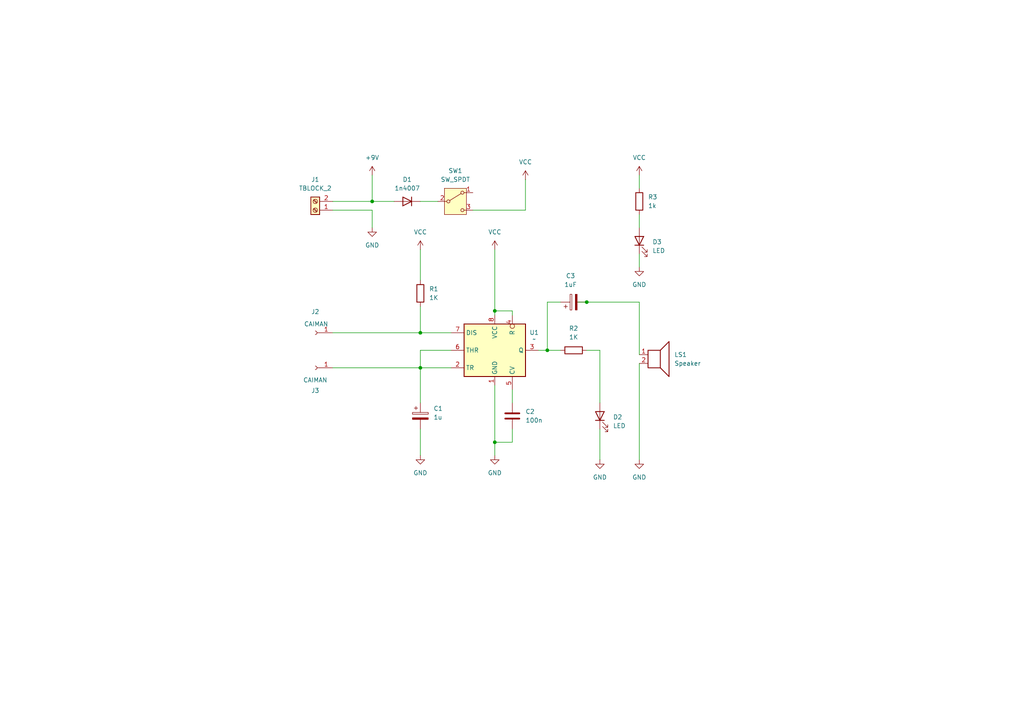
<source format=kicad_sch>
(kicad_sch
	(version 20250114)
	(generator "eeschema")
	(generator_version "9.0")
	(uuid "9ef81fea-2c64-4a5e-9479-8dc8b86ea195")
	(paper "A4")
	(lib_symbols
		(symbol "555_ordenado:555_wellOriented"
			(exclude_from_sim no)
			(in_bom yes)
			(on_board yes)
			(property "Reference" "U"
				(at 0 0 0)
				(effects
					(font
						(size 1.27 1.27)
					)
				)
			)
			(property "Value" ""
				(at 0 0 0)
				(effects
					(font
						(size 1.27 1.27)
					)
				)
			)
			(property "Footprint" "Package_DIP:DIP-8_W7.62mm_Socket_LongPads"
				(at 0 0 0)
				(effects
					(font
						(size 1.27 1.27)
					)
					(hide yes)
				)
			)
			(property "Datasheet" ""
				(at 0 0 0)
				(effects
					(font
						(size 1.27 1.27)
					)
					(hide yes)
				)
			)
			(property "Description" ""
				(at 0 0 0)
				(effects
					(font
						(size 1.27 1.27)
					)
					(hide yes)
				)
			)
			(property "ki_keywords" "555, timer, monostable, astable"
				(at 0 0 0)
				(effects
					(font
						(size 1.27 1.27)
					)
					(hide yes)
				)
			)
			(symbol "555_wellOriented_0_0"
				(pin power_in line
					(at 0 10.16 270)
					(length 2.54)
					(name "VCC"
						(effects
							(font
								(size 1.27 1.27)
							)
						)
					)
					(number "8"
						(effects
							(font
								(size 1.27 1.27)
							)
						)
					)
				)
				(pin power_in line
					(at 0 -10.16 90)
					(length 2.54)
					(name "GND"
						(effects
							(font
								(size 1.27 1.27)
							)
						)
					)
					(number "1"
						(effects
							(font
								(size 1.27 1.27)
							)
						)
					)
				)
			)
			(symbol "555_wellOriented_0_1"
				(rectangle
					(start -8.89 -7.62)
					(end 8.89 7.62)
					(stroke
						(width 0.254)
						(type default)
					)
					(fill
						(type background)
					)
				)
				(rectangle
					(start -8.89 -7.62)
					(end 8.89 7.62)
					(stroke
						(width 0.254)
						(type default)
					)
					(fill
						(type background)
					)
				)
			)
			(symbol "555_wellOriented_1_1"
				(pin input line
					(at -12.7 5.08 0)
					(length 3.81)
					(name "DIS"
						(effects
							(font
								(size 1.27 1.27)
							)
						)
					)
					(number "7"
						(effects
							(font
								(size 1.27 1.27)
							)
						)
					)
				)
				(pin input line
					(at -12.7 0 0)
					(length 3.81)
					(name "THR"
						(effects
							(font
								(size 1.27 1.27)
							)
						)
					)
					(number "6"
						(effects
							(font
								(size 1.27 1.27)
							)
						)
					)
				)
				(pin input line
					(at -12.7 -5.08 0)
					(length 3.81)
					(name "TR"
						(effects
							(font
								(size 1.27 1.27)
							)
						)
					)
					(number "2"
						(effects
							(font
								(size 1.27 1.27)
							)
						)
					)
				)
				(pin input inverted
					(at 5.08 10.16 270)
					(length 3.81)
					(name "R"
						(effects
							(font
								(size 1.27 1.27)
							)
						)
					)
					(number "4"
						(effects
							(font
								(size 1.27 1.27)
							)
						)
					)
				)
				(pin input line
					(at 5.08 -11.43 90)
					(length 3.81)
					(name "CV"
						(effects
							(font
								(size 1.27 1.27)
							)
						)
					)
					(number "5"
						(effects
							(font
								(size 1.27 1.27)
							)
						)
					)
				)
				(pin output line
					(at 12.7 0 180)
					(length 3.81)
					(name "Q"
						(effects
							(font
								(size 1.27 1.27)
							)
						)
					)
					(number "3"
						(effects
							(font
								(size 1.27 1.27)
							)
						)
					)
				)
			)
			(embedded_fonts no)
		)
		(symbol "Connector:Conn_01x01_Socket"
			(pin_names
				(offset 1.016)
				(hide yes)
			)
			(exclude_from_sim no)
			(in_bom yes)
			(on_board yes)
			(property "Reference" "J"
				(at 0 2.54 0)
				(effects
					(font
						(size 1.27 1.27)
					)
				)
			)
			(property "Value" "Conn_01x01_Socket"
				(at 0 -2.54 0)
				(effects
					(font
						(size 1.27 1.27)
					)
				)
			)
			(property "Footprint" ""
				(at 0 0 0)
				(effects
					(font
						(size 1.27 1.27)
					)
					(hide yes)
				)
			)
			(property "Datasheet" "~"
				(at 0 0 0)
				(effects
					(font
						(size 1.27 1.27)
					)
					(hide yes)
				)
			)
			(property "Description" "Generic connector, single row, 01x01, script generated"
				(at 0 0 0)
				(effects
					(font
						(size 1.27 1.27)
					)
					(hide yes)
				)
			)
			(property "ki_locked" ""
				(at 0 0 0)
				(effects
					(font
						(size 1.27 1.27)
					)
				)
			)
			(property "ki_keywords" "connector"
				(at 0 0 0)
				(effects
					(font
						(size 1.27 1.27)
					)
					(hide yes)
				)
			)
			(property "ki_fp_filters" "Connector*:*_1x??_*"
				(at 0 0 0)
				(effects
					(font
						(size 1.27 1.27)
					)
					(hide yes)
				)
			)
			(symbol "Conn_01x01_Socket_1_1"
				(polyline
					(pts
						(xy -1.27 0) (xy -0.508 0)
					)
					(stroke
						(width 0.1524)
						(type default)
					)
					(fill
						(type none)
					)
				)
				(arc
					(start 0 -0.508)
					(mid -0.5058 0)
					(end 0 0.508)
					(stroke
						(width 0.1524)
						(type default)
					)
					(fill
						(type none)
					)
				)
				(pin passive line
					(at -5.08 0 0)
					(length 3.81)
					(name "Pin_1"
						(effects
							(font
								(size 1.27 1.27)
							)
						)
					)
					(number "1"
						(effects
							(font
								(size 1.27 1.27)
							)
						)
					)
				)
			)
			(embedded_fonts no)
		)
		(symbol "Connector:Screw_Terminal_01x02"
			(pin_names
				(offset 1.016)
				(hide yes)
			)
			(exclude_from_sim no)
			(in_bom yes)
			(on_board yes)
			(property "Reference" "J"
				(at 0 2.54 0)
				(effects
					(font
						(size 1.27 1.27)
					)
				)
			)
			(property "Value" "Screw_Terminal_01x02"
				(at 0 -5.08 0)
				(effects
					(font
						(size 1.27 1.27)
					)
				)
			)
			(property "Footprint" ""
				(at 0 0 0)
				(effects
					(font
						(size 1.27 1.27)
					)
					(hide yes)
				)
			)
			(property "Datasheet" "~"
				(at 0 0 0)
				(effects
					(font
						(size 1.27 1.27)
					)
					(hide yes)
				)
			)
			(property "Description" "Generic screw terminal, single row, 01x02, script generated (kicad-library-utils/schlib/autogen/connector/)"
				(at 0 0 0)
				(effects
					(font
						(size 1.27 1.27)
					)
					(hide yes)
				)
			)
			(property "ki_keywords" "screw terminal"
				(at 0 0 0)
				(effects
					(font
						(size 1.27 1.27)
					)
					(hide yes)
				)
			)
			(property "ki_fp_filters" "TerminalBlock*:*"
				(at 0 0 0)
				(effects
					(font
						(size 1.27 1.27)
					)
					(hide yes)
				)
			)
			(symbol "Screw_Terminal_01x02_1_1"
				(rectangle
					(start -1.27 1.27)
					(end 1.27 -3.81)
					(stroke
						(width 0.254)
						(type default)
					)
					(fill
						(type background)
					)
				)
				(polyline
					(pts
						(xy -0.5334 0.3302) (xy 0.3302 -0.508)
					)
					(stroke
						(width 0.1524)
						(type default)
					)
					(fill
						(type none)
					)
				)
				(polyline
					(pts
						(xy -0.5334 -2.2098) (xy 0.3302 -3.048)
					)
					(stroke
						(width 0.1524)
						(type default)
					)
					(fill
						(type none)
					)
				)
				(polyline
					(pts
						(xy -0.3556 0.508) (xy 0.508 -0.3302)
					)
					(stroke
						(width 0.1524)
						(type default)
					)
					(fill
						(type none)
					)
				)
				(polyline
					(pts
						(xy -0.3556 -2.032) (xy 0.508 -2.8702)
					)
					(stroke
						(width 0.1524)
						(type default)
					)
					(fill
						(type none)
					)
				)
				(circle
					(center 0 0)
					(radius 0.635)
					(stroke
						(width 0.1524)
						(type default)
					)
					(fill
						(type none)
					)
				)
				(circle
					(center 0 -2.54)
					(radius 0.635)
					(stroke
						(width 0.1524)
						(type default)
					)
					(fill
						(type none)
					)
				)
				(pin passive line
					(at -5.08 0 0)
					(length 3.81)
					(name "Pin_1"
						(effects
							(font
								(size 1.27 1.27)
							)
						)
					)
					(number "1"
						(effects
							(font
								(size 1.27 1.27)
							)
						)
					)
				)
				(pin passive line
					(at -5.08 -2.54 0)
					(length 3.81)
					(name "Pin_2"
						(effects
							(font
								(size 1.27 1.27)
							)
						)
					)
					(number "2"
						(effects
							(font
								(size 1.27 1.27)
							)
						)
					)
				)
			)
			(embedded_fonts no)
		)
		(symbol "Device:C"
			(pin_numbers
				(hide yes)
			)
			(pin_names
				(offset 0.254)
			)
			(exclude_from_sim no)
			(in_bom yes)
			(on_board yes)
			(property "Reference" "C"
				(at 0.635 2.54 0)
				(effects
					(font
						(size 1.27 1.27)
					)
					(justify left)
				)
			)
			(property "Value" "C"
				(at 0.635 -2.54 0)
				(effects
					(font
						(size 1.27 1.27)
					)
					(justify left)
				)
			)
			(property "Footprint" ""
				(at 0.9652 -3.81 0)
				(effects
					(font
						(size 1.27 1.27)
					)
					(hide yes)
				)
			)
			(property "Datasheet" "~"
				(at 0 0 0)
				(effects
					(font
						(size 1.27 1.27)
					)
					(hide yes)
				)
			)
			(property "Description" "Unpolarized capacitor"
				(at 0 0 0)
				(effects
					(font
						(size 1.27 1.27)
					)
					(hide yes)
				)
			)
			(property "ki_keywords" "cap capacitor"
				(at 0 0 0)
				(effects
					(font
						(size 1.27 1.27)
					)
					(hide yes)
				)
			)
			(property "ki_fp_filters" "C_*"
				(at 0 0 0)
				(effects
					(font
						(size 1.27 1.27)
					)
					(hide yes)
				)
			)
			(symbol "C_0_1"
				(polyline
					(pts
						(xy -2.032 0.762) (xy 2.032 0.762)
					)
					(stroke
						(width 0.508)
						(type default)
					)
					(fill
						(type none)
					)
				)
				(polyline
					(pts
						(xy -2.032 -0.762) (xy 2.032 -0.762)
					)
					(stroke
						(width 0.508)
						(type default)
					)
					(fill
						(type none)
					)
				)
			)
			(symbol "C_1_1"
				(pin passive line
					(at 0 3.81 270)
					(length 2.794)
					(name "~"
						(effects
							(font
								(size 1.27 1.27)
							)
						)
					)
					(number "1"
						(effects
							(font
								(size 1.27 1.27)
							)
						)
					)
				)
				(pin passive line
					(at 0 -3.81 90)
					(length 2.794)
					(name "~"
						(effects
							(font
								(size 1.27 1.27)
							)
						)
					)
					(number "2"
						(effects
							(font
								(size 1.27 1.27)
							)
						)
					)
				)
			)
			(embedded_fonts no)
		)
		(symbol "Device:C_Polarized"
			(pin_numbers
				(hide yes)
			)
			(pin_names
				(offset 0.254)
			)
			(exclude_from_sim no)
			(in_bom yes)
			(on_board yes)
			(property "Reference" "C"
				(at 0.635 2.54 0)
				(effects
					(font
						(size 1.27 1.27)
					)
					(justify left)
				)
			)
			(property "Value" "C_Polarized"
				(at 0.635 -2.54 0)
				(effects
					(font
						(size 1.27 1.27)
					)
					(justify left)
				)
			)
			(property "Footprint" ""
				(at 0.9652 -3.81 0)
				(effects
					(font
						(size 1.27 1.27)
					)
					(hide yes)
				)
			)
			(property "Datasheet" "~"
				(at 0 0 0)
				(effects
					(font
						(size 1.27 1.27)
					)
					(hide yes)
				)
			)
			(property "Description" "Polarized capacitor"
				(at 0 0 0)
				(effects
					(font
						(size 1.27 1.27)
					)
					(hide yes)
				)
			)
			(property "ki_keywords" "cap capacitor"
				(at 0 0 0)
				(effects
					(font
						(size 1.27 1.27)
					)
					(hide yes)
				)
			)
			(property "ki_fp_filters" "CP_*"
				(at 0 0 0)
				(effects
					(font
						(size 1.27 1.27)
					)
					(hide yes)
				)
			)
			(symbol "C_Polarized_0_1"
				(rectangle
					(start -2.286 0.508)
					(end 2.286 1.016)
					(stroke
						(width 0)
						(type default)
					)
					(fill
						(type none)
					)
				)
				(polyline
					(pts
						(xy -1.778 2.286) (xy -0.762 2.286)
					)
					(stroke
						(width 0)
						(type default)
					)
					(fill
						(type none)
					)
				)
				(polyline
					(pts
						(xy -1.27 2.794) (xy -1.27 1.778)
					)
					(stroke
						(width 0)
						(type default)
					)
					(fill
						(type none)
					)
				)
				(rectangle
					(start 2.286 -0.508)
					(end -2.286 -1.016)
					(stroke
						(width 0)
						(type default)
					)
					(fill
						(type outline)
					)
				)
			)
			(symbol "C_Polarized_1_1"
				(pin passive line
					(at 0 3.81 270)
					(length 2.794)
					(name "~"
						(effects
							(font
								(size 1.27 1.27)
							)
						)
					)
					(number "1"
						(effects
							(font
								(size 1.27 1.27)
							)
						)
					)
				)
				(pin passive line
					(at 0 -3.81 90)
					(length 2.794)
					(name "~"
						(effects
							(font
								(size 1.27 1.27)
							)
						)
					)
					(number "2"
						(effects
							(font
								(size 1.27 1.27)
							)
						)
					)
				)
			)
			(embedded_fonts no)
		)
		(symbol "Device:D"
			(pin_numbers
				(hide yes)
			)
			(pin_names
				(offset 1.016)
				(hide yes)
			)
			(exclude_from_sim no)
			(in_bom yes)
			(on_board yes)
			(property "Reference" "D"
				(at 0 2.54 0)
				(effects
					(font
						(size 1.27 1.27)
					)
				)
			)
			(property "Value" "D"
				(at 0 -2.54 0)
				(effects
					(font
						(size 1.27 1.27)
					)
				)
			)
			(property "Footprint" ""
				(at 0 0 0)
				(effects
					(font
						(size 1.27 1.27)
					)
					(hide yes)
				)
			)
			(property "Datasheet" "~"
				(at 0 0 0)
				(effects
					(font
						(size 1.27 1.27)
					)
					(hide yes)
				)
			)
			(property "Description" "Diode"
				(at 0 0 0)
				(effects
					(font
						(size 1.27 1.27)
					)
					(hide yes)
				)
			)
			(property "Sim.Device" "D"
				(at 0 0 0)
				(effects
					(font
						(size 1.27 1.27)
					)
					(hide yes)
				)
			)
			(property "Sim.Pins" "1=K 2=A"
				(at 0 0 0)
				(effects
					(font
						(size 1.27 1.27)
					)
					(hide yes)
				)
			)
			(property "ki_keywords" "diode"
				(at 0 0 0)
				(effects
					(font
						(size 1.27 1.27)
					)
					(hide yes)
				)
			)
			(property "ki_fp_filters" "TO-???* *_Diode_* *SingleDiode* D_*"
				(at 0 0 0)
				(effects
					(font
						(size 1.27 1.27)
					)
					(hide yes)
				)
			)
			(symbol "D_0_1"
				(polyline
					(pts
						(xy -1.27 1.27) (xy -1.27 -1.27)
					)
					(stroke
						(width 0.254)
						(type default)
					)
					(fill
						(type none)
					)
				)
				(polyline
					(pts
						(xy 1.27 1.27) (xy 1.27 -1.27) (xy -1.27 0) (xy 1.27 1.27)
					)
					(stroke
						(width 0.254)
						(type default)
					)
					(fill
						(type none)
					)
				)
				(polyline
					(pts
						(xy 1.27 0) (xy -1.27 0)
					)
					(stroke
						(width 0)
						(type default)
					)
					(fill
						(type none)
					)
				)
			)
			(symbol "D_1_1"
				(pin passive line
					(at -3.81 0 0)
					(length 2.54)
					(name "K"
						(effects
							(font
								(size 1.27 1.27)
							)
						)
					)
					(number "1"
						(effects
							(font
								(size 1.27 1.27)
							)
						)
					)
				)
				(pin passive line
					(at 3.81 0 180)
					(length 2.54)
					(name "A"
						(effects
							(font
								(size 1.27 1.27)
							)
						)
					)
					(number "2"
						(effects
							(font
								(size 1.27 1.27)
							)
						)
					)
				)
			)
			(embedded_fonts no)
		)
		(symbol "Device:LED"
			(pin_numbers
				(hide yes)
			)
			(pin_names
				(offset 1.016)
				(hide yes)
			)
			(exclude_from_sim no)
			(in_bom yes)
			(on_board yes)
			(property "Reference" "D"
				(at 0 2.54 0)
				(effects
					(font
						(size 1.27 1.27)
					)
				)
			)
			(property "Value" "LED"
				(at 0 -2.54 0)
				(effects
					(font
						(size 1.27 1.27)
					)
				)
			)
			(property "Footprint" ""
				(at 0 0 0)
				(effects
					(font
						(size 1.27 1.27)
					)
					(hide yes)
				)
			)
			(property "Datasheet" "~"
				(at 0 0 0)
				(effects
					(font
						(size 1.27 1.27)
					)
					(hide yes)
				)
			)
			(property "Description" "Light emitting diode"
				(at 0 0 0)
				(effects
					(font
						(size 1.27 1.27)
					)
					(hide yes)
				)
			)
			(property "Sim.Pins" "1=K 2=A"
				(at 0 0 0)
				(effects
					(font
						(size 1.27 1.27)
					)
					(hide yes)
				)
			)
			(property "ki_keywords" "LED diode"
				(at 0 0 0)
				(effects
					(font
						(size 1.27 1.27)
					)
					(hide yes)
				)
			)
			(property "ki_fp_filters" "LED* LED_SMD:* LED_THT:*"
				(at 0 0 0)
				(effects
					(font
						(size 1.27 1.27)
					)
					(hide yes)
				)
			)
			(symbol "LED_0_1"
				(polyline
					(pts
						(xy -3.048 -0.762) (xy -4.572 -2.286) (xy -3.81 -2.286) (xy -4.572 -2.286) (xy -4.572 -1.524)
					)
					(stroke
						(width 0)
						(type default)
					)
					(fill
						(type none)
					)
				)
				(polyline
					(pts
						(xy -1.778 -0.762) (xy -3.302 -2.286) (xy -2.54 -2.286) (xy -3.302 -2.286) (xy -3.302 -1.524)
					)
					(stroke
						(width 0)
						(type default)
					)
					(fill
						(type none)
					)
				)
				(polyline
					(pts
						(xy -1.27 0) (xy 1.27 0)
					)
					(stroke
						(width 0)
						(type default)
					)
					(fill
						(type none)
					)
				)
				(polyline
					(pts
						(xy -1.27 -1.27) (xy -1.27 1.27)
					)
					(stroke
						(width 0.254)
						(type default)
					)
					(fill
						(type none)
					)
				)
				(polyline
					(pts
						(xy 1.27 -1.27) (xy 1.27 1.27) (xy -1.27 0) (xy 1.27 -1.27)
					)
					(stroke
						(width 0.254)
						(type default)
					)
					(fill
						(type none)
					)
				)
			)
			(symbol "LED_1_1"
				(pin passive line
					(at -3.81 0 0)
					(length 2.54)
					(name "K"
						(effects
							(font
								(size 1.27 1.27)
							)
						)
					)
					(number "1"
						(effects
							(font
								(size 1.27 1.27)
							)
						)
					)
				)
				(pin passive line
					(at 3.81 0 180)
					(length 2.54)
					(name "A"
						(effects
							(font
								(size 1.27 1.27)
							)
						)
					)
					(number "2"
						(effects
							(font
								(size 1.27 1.27)
							)
						)
					)
				)
			)
			(embedded_fonts no)
		)
		(symbol "Device:R"
			(pin_numbers
				(hide yes)
			)
			(pin_names
				(offset 0)
			)
			(exclude_from_sim no)
			(in_bom yes)
			(on_board yes)
			(property "Reference" "R"
				(at 2.032 0 90)
				(effects
					(font
						(size 1.27 1.27)
					)
				)
			)
			(property "Value" "R"
				(at 0 0 90)
				(effects
					(font
						(size 1.27 1.27)
					)
				)
			)
			(property "Footprint" ""
				(at -1.778 0 90)
				(effects
					(font
						(size 1.27 1.27)
					)
					(hide yes)
				)
			)
			(property "Datasheet" "~"
				(at 0 0 0)
				(effects
					(font
						(size 1.27 1.27)
					)
					(hide yes)
				)
			)
			(property "Description" "Resistor"
				(at 0 0 0)
				(effects
					(font
						(size 1.27 1.27)
					)
					(hide yes)
				)
			)
			(property "ki_keywords" "R res resistor"
				(at 0 0 0)
				(effects
					(font
						(size 1.27 1.27)
					)
					(hide yes)
				)
			)
			(property "ki_fp_filters" "R_*"
				(at 0 0 0)
				(effects
					(font
						(size 1.27 1.27)
					)
					(hide yes)
				)
			)
			(symbol "R_0_1"
				(rectangle
					(start -1.016 -2.54)
					(end 1.016 2.54)
					(stroke
						(width 0.254)
						(type default)
					)
					(fill
						(type none)
					)
				)
			)
			(symbol "R_1_1"
				(pin passive line
					(at 0 3.81 270)
					(length 1.27)
					(name "~"
						(effects
							(font
								(size 1.27 1.27)
							)
						)
					)
					(number "1"
						(effects
							(font
								(size 1.27 1.27)
							)
						)
					)
				)
				(pin passive line
					(at 0 -3.81 90)
					(length 1.27)
					(name "~"
						(effects
							(font
								(size 1.27 1.27)
							)
						)
					)
					(number "2"
						(effects
							(font
								(size 1.27 1.27)
							)
						)
					)
				)
			)
			(embedded_fonts no)
		)
		(symbol "Device:Speaker"
			(pin_names
				(offset 0)
				(hide yes)
			)
			(exclude_from_sim no)
			(in_bom yes)
			(on_board yes)
			(property "Reference" "LS"
				(at 1.27 5.715 0)
				(effects
					(font
						(size 1.27 1.27)
					)
					(justify right)
				)
			)
			(property "Value" "Speaker"
				(at 1.27 3.81 0)
				(effects
					(font
						(size 1.27 1.27)
					)
					(justify right)
				)
			)
			(property "Footprint" ""
				(at 0 -5.08 0)
				(effects
					(font
						(size 1.27 1.27)
					)
					(hide yes)
				)
			)
			(property "Datasheet" "~"
				(at -0.254 -1.27 0)
				(effects
					(font
						(size 1.27 1.27)
					)
					(hide yes)
				)
			)
			(property "Description" "Speaker"
				(at 0 0 0)
				(effects
					(font
						(size 1.27 1.27)
					)
					(hide yes)
				)
			)
			(property "ki_keywords" "speaker sound"
				(at 0 0 0)
				(effects
					(font
						(size 1.27 1.27)
					)
					(hide yes)
				)
			)
			(symbol "Speaker_0_0"
				(rectangle
					(start -2.54 1.27)
					(end 1.016 -3.81)
					(stroke
						(width 0.254)
						(type default)
					)
					(fill
						(type none)
					)
				)
				(polyline
					(pts
						(xy 1.016 1.27) (xy 3.556 3.81) (xy 3.556 -6.35) (xy 1.016 -3.81)
					)
					(stroke
						(width 0.254)
						(type default)
					)
					(fill
						(type none)
					)
				)
			)
			(symbol "Speaker_1_1"
				(pin input line
					(at -5.08 0 0)
					(length 2.54)
					(name "1"
						(effects
							(font
								(size 1.27 1.27)
							)
						)
					)
					(number "1"
						(effects
							(font
								(size 1.27 1.27)
							)
						)
					)
				)
				(pin input line
					(at -5.08 -2.54 0)
					(length 2.54)
					(name "2"
						(effects
							(font
								(size 1.27 1.27)
							)
						)
					)
					(number "2"
						(effects
							(font
								(size 1.27 1.27)
							)
						)
					)
				)
			)
			(embedded_fonts no)
		)
		(symbol "Switch:SW_SPDT"
			(pin_names
				(offset 0)
				(hide yes)
			)
			(exclude_from_sim no)
			(in_bom yes)
			(on_board yes)
			(property "Reference" "SW"
				(at 0 5.08 0)
				(effects
					(font
						(size 1.27 1.27)
					)
				)
			)
			(property "Value" "SW_SPDT"
				(at 0 -5.08 0)
				(effects
					(font
						(size 1.27 1.27)
					)
				)
			)
			(property "Footprint" ""
				(at 0 0 0)
				(effects
					(font
						(size 1.27 1.27)
					)
					(hide yes)
				)
			)
			(property "Datasheet" "~"
				(at 0 -7.62 0)
				(effects
					(font
						(size 1.27 1.27)
					)
					(hide yes)
				)
			)
			(property "Description" "Switch, single pole double throw"
				(at 0 0 0)
				(effects
					(font
						(size 1.27 1.27)
					)
					(hide yes)
				)
			)
			(property "ki_keywords" "switch single-pole double-throw spdt ON-ON"
				(at 0 0 0)
				(effects
					(font
						(size 1.27 1.27)
					)
					(hide yes)
				)
			)
			(symbol "SW_SPDT_0_1"
				(circle
					(center -2.032 0)
					(radius 0.4572)
					(stroke
						(width 0)
						(type default)
					)
					(fill
						(type none)
					)
				)
				(polyline
					(pts
						(xy -1.651 0.254) (xy 1.651 2.286)
					)
					(stroke
						(width 0)
						(type default)
					)
					(fill
						(type none)
					)
				)
				(circle
					(center 2.032 2.54)
					(radius 0.4572)
					(stroke
						(width 0)
						(type default)
					)
					(fill
						(type none)
					)
				)
				(circle
					(center 2.032 -2.54)
					(radius 0.4572)
					(stroke
						(width 0)
						(type default)
					)
					(fill
						(type none)
					)
				)
			)
			(symbol "SW_SPDT_1_1"
				(rectangle
					(start -3.175 3.81)
					(end 3.175 -3.81)
					(stroke
						(width 0)
						(type default)
					)
					(fill
						(type background)
					)
				)
				(pin passive line
					(at -5.08 0 0)
					(length 2.54)
					(name "B"
						(effects
							(font
								(size 1.27 1.27)
							)
						)
					)
					(number "2"
						(effects
							(font
								(size 1.27 1.27)
							)
						)
					)
				)
				(pin passive line
					(at 5.08 2.54 180)
					(length 2.54)
					(name "A"
						(effects
							(font
								(size 1.27 1.27)
							)
						)
					)
					(number "1"
						(effects
							(font
								(size 1.27 1.27)
							)
						)
					)
				)
				(pin passive line
					(at 5.08 -2.54 180)
					(length 2.54)
					(name "C"
						(effects
							(font
								(size 1.27 1.27)
							)
						)
					)
					(number "3"
						(effects
							(font
								(size 1.27 1.27)
							)
						)
					)
				)
			)
			(embedded_fonts no)
		)
		(symbol "power:+9V"
			(power)
			(pin_numbers
				(hide yes)
			)
			(pin_names
				(offset 0)
				(hide yes)
			)
			(exclude_from_sim no)
			(in_bom yes)
			(on_board yes)
			(property "Reference" "#PWR"
				(at 0 -3.81 0)
				(effects
					(font
						(size 1.27 1.27)
					)
					(hide yes)
				)
			)
			(property "Value" "+9V"
				(at 0 3.556 0)
				(effects
					(font
						(size 1.27 1.27)
					)
				)
			)
			(property "Footprint" ""
				(at 0 0 0)
				(effects
					(font
						(size 1.27 1.27)
					)
					(hide yes)
				)
			)
			(property "Datasheet" ""
				(at 0 0 0)
				(effects
					(font
						(size 1.27 1.27)
					)
					(hide yes)
				)
			)
			(property "Description" "Power symbol creates a global label with name \"+9V\""
				(at 0 0 0)
				(effects
					(font
						(size 1.27 1.27)
					)
					(hide yes)
				)
			)
			(property "ki_keywords" "global power"
				(at 0 0 0)
				(effects
					(font
						(size 1.27 1.27)
					)
					(hide yes)
				)
			)
			(symbol "+9V_0_1"
				(polyline
					(pts
						(xy -0.762 1.27) (xy 0 2.54)
					)
					(stroke
						(width 0)
						(type default)
					)
					(fill
						(type none)
					)
				)
				(polyline
					(pts
						(xy 0 2.54) (xy 0.762 1.27)
					)
					(stroke
						(width 0)
						(type default)
					)
					(fill
						(type none)
					)
				)
				(polyline
					(pts
						(xy 0 0) (xy 0 2.54)
					)
					(stroke
						(width 0)
						(type default)
					)
					(fill
						(type none)
					)
				)
			)
			(symbol "+9V_1_1"
				(pin power_in line
					(at 0 0 90)
					(length 0)
					(name "~"
						(effects
							(font
								(size 1.27 1.27)
							)
						)
					)
					(number "1"
						(effects
							(font
								(size 1.27 1.27)
							)
						)
					)
				)
			)
			(embedded_fonts no)
		)
		(symbol "power:GND"
			(power)
			(pin_numbers
				(hide yes)
			)
			(pin_names
				(offset 0)
				(hide yes)
			)
			(exclude_from_sim no)
			(in_bom yes)
			(on_board yes)
			(property "Reference" "#PWR"
				(at 0 -6.35 0)
				(effects
					(font
						(size 1.27 1.27)
					)
					(hide yes)
				)
			)
			(property "Value" "GND"
				(at 0 -3.81 0)
				(effects
					(font
						(size 1.27 1.27)
					)
				)
			)
			(property "Footprint" ""
				(at 0 0 0)
				(effects
					(font
						(size 1.27 1.27)
					)
					(hide yes)
				)
			)
			(property "Datasheet" ""
				(at 0 0 0)
				(effects
					(font
						(size 1.27 1.27)
					)
					(hide yes)
				)
			)
			(property "Description" "Power symbol creates a global label with name \"GND\" , ground"
				(at 0 0 0)
				(effects
					(font
						(size 1.27 1.27)
					)
					(hide yes)
				)
			)
			(property "ki_keywords" "global power"
				(at 0 0 0)
				(effects
					(font
						(size 1.27 1.27)
					)
					(hide yes)
				)
			)
			(symbol "GND_0_1"
				(polyline
					(pts
						(xy 0 0) (xy 0 -1.27) (xy 1.27 -1.27) (xy 0 -2.54) (xy -1.27 -1.27) (xy 0 -1.27)
					)
					(stroke
						(width 0)
						(type default)
					)
					(fill
						(type none)
					)
				)
			)
			(symbol "GND_1_1"
				(pin power_in line
					(at 0 0 270)
					(length 0)
					(name "~"
						(effects
							(font
								(size 1.27 1.27)
							)
						)
					)
					(number "1"
						(effects
							(font
								(size 1.27 1.27)
							)
						)
					)
				)
			)
			(embedded_fonts no)
		)
		(symbol "power:VCC"
			(power)
			(pin_numbers
				(hide yes)
			)
			(pin_names
				(offset 0)
				(hide yes)
			)
			(exclude_from_sim no)
			(in_bom yes)
			(on_board yes)
			(property "Reference" "#PWR"
				(at 0 -3.81 0)
				(effects
					(font
						(size 1.27 1.27)
					)
					(hide yes)
				)
			)
			(property "Value" "VCC"
				(at 0 3.556 0)
				(effects
					(font
						(size 1.27 1.27)
					)
				)
			)
			(property "Footprint" ""
				(at 0 0 0)
				(effects
					(font
						(size 1.27 1.27)
					)
					(hide yes)
				)
			)
			(property "Datasheet" ""
				(at 0 0 0)
				(effects
					(font
						(size 1.27 1.27)
					)
					(hide yes)
				)
			)
			(property "Description" "Power symbol creates a global label with name \"VCC\""
				(at 0 0 0)
				(effects
					(font
						(size 1.27 1.27)
					)
					(hide yes)
				)
			)
			(property "ki_keywords" "global power"
				(at 0 0 0)
				(effects
					(font
						(size 1.27 1.27)
					)
					(hide yes)
				)
			)
			(symbol "VCC_0_1"
				(polyline
					(pts
						(xy -0.762 1.27) (xy 0 2.54)
					)
					(stroke
						(width 0)
						(type default)
					)
					(fill
						(type none)
					)
				)
				(polyline
					(pts
						(xy 0 2.54) (xy 0.762 1.27)
					)
					(stroke
						(width 0)
						(type default)
					)
					(fill
						(type none)
					)
				)
				(polyline
					(pts
						(xy 0 0) (xy 0 2.54)
					)
					(stroke
						(width 0)
						(type default)
					)
					(fill
						(type none)
					)
				)
			)
			(symbol "VCC_1_1"
				(pin power_in line
					(at 0 0 90)
					(length 0)
					(name "~"
						(effects
							(font
								(size 1.27 1.27)
							)
						)
					)
					(number "1"
						(effects
							(font
								(size 1.27 1.27)
							)
						)
					)
				)
			)
			(embedded_fonts no)
		)
	)
	(junction
		(at 121.92 96.52)
		(diameter 0)
		(color 0 0 0 0)
		(uuid "047c1ef6-f370-4d24-81a1-450c36d83d39")
	)
	(junction
		(at 143.51 128.27)
		(diameter 0)
		(color 0 0 0 0)
		(uuid "2b687d4f-c7b3-4a8d-a1e4-be99546a2027")
	)
	(junction
		(at 170.18 87.63)
		(diameter 0)
		(color 0 0 0 0)
		(uuid "3ee209a8-0417-40ac-bac1-f02830f82acb")
	)
	(junction
		(at 107.95 58.42)
		(diameter 0)
		(color 0 0 0 0)
		(uuid "4bb69ecf-c44a-41af-a213-b5757633fa91")
	)
	(junction
		(at 121.92 106.68)
		(diameter 0)
		(color 0 0 0 0)
		(uuid "84e32509-b44b-4a7c-a7ba-3744ea5cd8a2")
	)
	(junction
		(at 158.75 101.6)
		(diameter 0)
		(color 0 0 0 0)
		(uuid "94273436-43a9-4230-b543-8b9607b13901")
	)
	(junction
		(at 143.51 90.17)
		(diameter 0)
		(color 0 0 0 0)
		(uuid "f9cc8602-5a5a-4812-9d8d-96ba1d050d87")
	)
	(wire
		(pts
			(xy 173.99 124.46) (xy 173.99 133.35)
		)
		(stroke
			(width 0)
			(type default)
		)
		(uuid "0fa14a98-12e2-4380-841d-ee418874ccab")
	)
	(wire
		(pts
			(xy 170.18 101.6) (xy 173.99 101.6)
		)
		(stroke
			(width 0)
			(type default)
		)
		(uuid "10443c37-9cba-4eb8-94be-22dcf87e04b9")
	)
	(wire
		(pts
			(xy 143.51 128.27) (xy 143.51 132.08)
		)
		(stroke
			(width 0)
			(type default)
		)
		(uuid "1292431c-dfec-4609-9398-066d612c6ca8")
	)
	(wire
		(pts
			(xy 130.81 106.68) (xy 121.92 106.68)
		)
		(stroke
			(width 0)
			(type default)
		)
		(uuid "1ca7e6d9-1c7b-4bd3-8f64-47185d39428d")
	)
	(wire
		(pts
			(xy 148.59 113.03) (xy 148.59 116.84)
		)
		(stroke
			(width 0)
			(type default)
		)
		(uuid "1f06f008-6aab-494a-9358-97baa706c6d3")
	)
	(wire
		(pts
			(xy 162.56 87.63) (xy 158.75 87.63)
		)
		(stroke
			(width 0)
			(type default)
		)
		(uuid "1f87d159-5ee9-4a0d-b0c3-56b46ccb57f8")
	)
	(wire
		(pts
			(xy 107.95 50.8) (xy 107.95 58.42)
		)
		(stroke
			(width 0)
			(type default)
		)
		(uuid "24cd102c-85fd-4a0c-9fa4-aaee916d7f0c")
	)
	(wire
		(pts
			(xy 148.59 91.44) (xy 148.59 90.17)
		)
		(stroke
			(width 0)
			(type default)
		)
		(uuid "25fb44f7-b0d7-4ded-ba8f-8ba582948da1")
	)
	(wire
		(pts
			(xy 121.92 96.52) (xy 130.81 96.52)
		)
		(stroke
			(width 0)
			(type default)
		)
		(uuid "36090f59-7940-41dc-adae-a77b5e58079b")
	)
	(wire
		(pts
			(xy 158.75 87.63) (xy 158.75 101.6)
		)
		(stroke
			(width 0)
			(type default)
		)
		(uuid "56c865ef-3ab6-4d7c-8c04-b682887fae49")
	)
	(wire
		(pts
			(xy 121.92 88.9) (xy 121.92 96.52)
		)
		(stroke
			(width 0)
			(type default)
		)
		(uuid "584702c1-9648-4eaf-9128-4de0f77ad0d0")
	)
	(wire
		(pts
			(xy 185.42 50.8) (xy 185.42 54.61)
		)
		(stroke
			(width 0)
			(type default)
		)
		(uuid "5b5b301c-f178-413a-a0f3-740002001a80")
	)
	(wire
		(pts
			(xy 114.3 58.42) (xy 107.95 58.42)
		)
		(stroke
			(width 0)
			(type default)
		)
		(uuid "5ffd0b16-f324-45cf-8e36-11dd54fc77ab")
	)
	(wire
		(pts
			(xy 185.42 105.41) (xy 185.42 133.35)
		)
		(stroke
			(width 0)
			(type default)
		)
		(uuid "6dd5e601-1ae2-44cf-aa74-2edfe3ca8438")
	)
	(wire
		(pts
			(xy 143.51 111.76) (xy 143.51 128.27)
		)
		(stroke
			(width 0)
			(type default)
		)
		(uuid "72533d7f-a649-4f91-8932-78495d973283")
	)
	(wire
		(pts
			(xy 170.18 87.63) (xy 185.42 87.63)
		)
		(stroke
			(width 0)
			(type default)
		)
		(uuid "766b3a13-dba0-4b9c-96d9-08a746c9abb1")
	)
	(wire
		(pts
			(xy 173.99 101.6) (xy 173.99 116.84)
		)
		(stroke
			(width 0)
			(type default)
		)
		(uuid "794ed52c-c416-4c94-85fc-3be4eace6e7b")
	)
	(wire
		(pts
			(xy 121.92 106.68) (xy 121.92 116.84)
		)
		(stroke
			(width 0)
			(type default)
		)
		(uuid "7be5d4c6-6913-4b63-a900-19660bf80ff2")
	)
	(wire
		(pts
			(xy 148.59 90.17) (xy 143.51 90.17)
		)
		(stroke
			(width 0)
			(type default)
		)
		(uuid "80b593ee-cbe6-4cde-be39-371a3a23358e")
	)
	(wire
		(pts
			(xy 143.51 72.39) (xy 143.51 90.17)
		)
		(stroke
			(width 0)
			(type default)
		)
		(uuid "92c9d556-1968-4e49-a63d-58e1b5cd5716")
	)
	(wire
		(pts
			(xy 96.52 106.68) (xy 121.92 106.68)
		)
		(stroke
			(width 0)
			(type default)
		)
		(uuid "96ba3f6e-6e52-41d5-a0e7-00c96469f5aa")
	)
	(wire
		(pts
			(xy 185.42 87.63) (xy 185.42 102.87)
		)
		(stroke
			(width 0)
			(type default)
		)
		(uuid "99b6b808-8be6-4218-afea-df72fceb66e7")
	)
	(wire
		(pts
			(xy 121.92 58.42) (xy 127 58.42)
		)
		(stroke
			(width 0)
			(type default)
		)
		(uuid "a5f02c79-f167-49da-a7f7-15c16f6bebb6")
	)
	(wire
		(pts
			(xy 167.64 87.63) (xy 170.18 87.63)
		)
		(stroke
			(width 0)
			(type default)
		)
		(uuid "a8ce146b-a9ff-4a56-8872-a89ab6943ff2")
	)
	(wire
		(pts
			(xy 185.42 62.23) (xy 185.42 66.04)
		)
		(stroke
			(width 0)
			(type default)
		)
		(uuid "adbd9de7-6ef1-4079-856a-ca116f5a19f5")
	)
	(wire
		(pts
			(xy 137.16 60.96) (xy 152.4 60.96)
		)
		(stroke
			(width 0)
			(type default)
		)
		(uuid "b3c5c45e-fe2c-49da-a28f-785420591fe0")
	)
	(wire
		(pts
			(xy 121.92 101.6) (xy 121.92 106.68)
		)
		(stroke
			(width 0)
			(type default)
		)
		(uuid "b6d19c41-6fff-49f3-bbc8-55ab36eb49b9")
	)
	(wire
		(pts
			(xy 185.42 73.66) (xy 185.42 77.47)
		)
		(stroke
			(width 0)
			(type default)
		)
		(uuid "bdfe55ef-b1ca-4828-80d3-ca58bbc4de1f")
	)
	(wire
		(pts
			(xy 121.92 124.46) (xy 121.92 132.08)
		)
		(stroke
			(width 0)
			(type default)
		)
		(uuid "c321ebb1-299a-415a-9da6-fbf237f1a894")
	)
	(wire
		(pts
			(xy 143.51 90.17) (xy 143.51 91.44)
		)
		(stroke
			(width 0)
			(type default)
		)
		(uuid "d3b0200d-ddfd-4098-8f74-0af12bd1ae3e")
	)
	(wire
		(pts
			(xy 96.52 96.52) (xy 121.92 96.52)
		)
		(stroke
			(width 0)
			(type default)
		)
		(uuid "d7fd5e38-0f84-486e-8100-4252c1bd660e")
	)
	(wire
		(pts
			(xy 158.75 101.6) (xy 162.56 101.6)
		)
		(stroke
			(width 0)
			(type default)
		)
		(uuid "dc90113f-cb4b-4eba-a1e4-555b4843e039")
	)
	(wire
		(pts
			(xy 148.59 124.46) (xy 148.59 128.27)
		)
		(stroke
			(width 0)
			(type default)
		)
		(uuid "dcc453c6-8736-4de5-869d-f4b850e21244")
	)
	(wire
		(pts
			(xy 96.52 58.42) (xy 107.95 58.42)
		)
		(stroke
			(width 0)
			(type default)
		)
		(uuid "e04e5213-6f5e-4b73-96b1-e1890bbc151f")
	)
	(wire
		(pts
			(xy 107.95 60.96) (xy 107.95 66.04)
		)
		(stroke
			(width 0)
			(type default)
		)
		(uuid "e0c652da-0643-4866-a72f-f68950f6b401")
	)
	(wire
		(pts
			(xy 152.4 60.96) (xy 152.4 52.07)
		)
		(stroke
			(width 0)
			(type default)
		)
		(uuid "e544d018-ee13-4a3a-a54d-6236f77579a4")
	)
	(wire
		(pts
			(xy 96.52 60.96) (xy 107.95 60.96)
		)
		(stroke
			(width 0)
			(type default)
		)
		(uuid "eb96a5c4-b455-4de7-983e-9302862ea7fa")
	)
	(wire
		(pts
			(xy 148.59 128.27) (xy 143.51 128.27)
		)
		(stroke
			(width 0)
			(type default)
		)
		(uuid "ef5df401-c975-446b-b1c5-1d68edad3fd8")
	)
	(wire
		(pts
			(xy 156.21 101.6) (xy 158.75 101.6)
		)
		(stroke
			(width 0)
			(type default)
		)
		(uuid "efd2c2db-dfe0-4041-8ff4-5c9820829360")
	)
	(wire
		(pts
			(xy 121.92 72.39) (xy 121.92 81.28)
		)
		(stroke
			(width 0)
			(type default)
		)
		(uuid "f84e5ec6-cca9-4410-bf6f-4987c3769926")
	)
	(wire
		(pts
			(xy 130.81 101.6) (xy 121.92 101.6)
		)
		(stroke
			(width 0)
			(type default)
		)
		(uuid "fcf67745-b5f8-4dad-a41a-a3c0a9a9e82e")
	)
	(symbol
		(lib_id "Connector:Screw_Terminal_01x02")
		(at 91.44 60.96 180)
		(unit 1)
		(exclude_from_sim no)
		(in_bom yes)
		(on_board yes)
		(dnp no)
		(fields_autoplaced yes)
		(uuid "0b45a0ec-4c5f-493f-a2ec-85e2ea8405af")
		(property "Reference" "J1"
			(at 91.44 52.07 0)
			(effects
				(font
					(size 1.27 1.27)
				)
			)
		)
		(property "Value" "TBLOCK_2"
			(at 91.44 54.61 0)
			(effects
				(font
					(size 1.27 1.27)
				)
			)
		)
		(property "Footprint" "TerminalBlock:TerminalBlock_MaiXu_MX126-5.0-02P_1x02_P5.00mm"
			(at 91.44 60.96 0)
			(effects
				(font
					(size 1.27 1.27)
				)
				(hide yes)
			)
		)
		(property "Datasheet" "~"
			(at 91.44 60.96 0)
			(effects
				(font
					(size 1.27 1.27)
				)
				(hide yes)
			)
		)
		(property "Description" "Generic screw terminal, single row, 01x02, script generated (kicad-library-utils/schlib/autogen/connector/)"
			(at 91.44 60.96 0)
			(effects
				(font
					(size 1.27 1.27)
				)
				(hide yes)
			)
		)
		(pin "2"
			(uuid "c42005c6-8ffb-4e88-b185-e7ab9d396933")
		)
		(pin "1"
			(uuid "47d37d6d-128b-4bf7-88ad-6e17453634db")
		)
		(instances
			(project ""
				(path "/9ef81fea-2c64-4a5e-9479-8dc8b86ea195"
					(reference "J1")
					(unit 1)
				)
			)
		)
	)
	(symbol
		(lib_id "Device:LED")
		(at 185.42 69.85 90)
		(unit 1)
		(exclude_from_sim no)
		(in_bom yes)
		(on_board yes)
		(dnp no)
		(fields_autoplaced yes)
		(uuid "0b745874-0897-49ba-b542-4960f5a84994")
		(property "Reference" "D3"
			(at 189.23 70.1674 90)
			(effects
				(font
					(size 1.27 1.27)
				)
				(justify right)
			)
		)
		(property "Value" "LED"
			(at 189.23 72.7074 90)
			(effects
				(font
					(size 1.27 1.27)
				)
				(justify right)
			)
		)
		(property "Footprint" "LED_THT:LED_D5.0mm"
			(at 185.42 69.85 0)
			(effects
				(font
					(size 1.27 1.27)
				)
				(hide yes)
			)
		)
		(property "Datasheet" "~"
			(at 185.42 69.85 0)
			(effects
				(font
					(size 1.27 1.27)
				)
				(hide yes)
			)
		)
		(property "Description" "Light emitting diode"
			(at 185.42 69.85 0)
			(effects
				(font
					(size 1.27 1.27)
				)
				(hide yes)
			)
		)
		(property "Sim.Pins" "1=K 2=A"
			(at 185.42 69.85 0)
			(effects
				(font
					(size 1.27 1.27)
				)
				(hide yes)
			)
		)
		(pin "1"
			(uuid "70af6e10-25e0-4fa1-962b-01510427dd00")
		)
		(pin "2"
			(uuid "98d8a4d9-ca36-4913-8c7a-8982432952ae")
		)
		(instances
			(project ""
				(path "/9ef81fea-2c64-4a5e-9479-8dc8b86ea195"
					(reference "D3")
					(unit 1)
				)
			)
		)
	)
	(symbol
		(lib_id "Device:C_Polarized")
		(at 121.92 120.65 0)
		(unit 1)
		(exclude_from_sim no)
		(in_bom yes)
		(on_board yes)
		(dnp no)
		(fields_autoplaced yes)
		(uuid "22e36727-2e3b-4811-ad9c-988c79dd9d28")
		(property "Reference" "C1"
			(at 125.73 118.4909 0)
			(effects
				(font
					(size 1.27 1.27)
				)
				(justify left)
			)
		)
		(property "Value" "1u"
			(at 125.73 121.0309 0)
			(effects
				(font
					(size 1.27 1.27)
				)
				(justify left)
			)
		)
		(property "Footprint" "Capacitor_THT:CP_Radial_D6.3mm_P2.50mm"
			(at 122.8852 124.46 0)
			(effects
				(font
					(size 1.27 1.27)
				)
				(hide yes)
			)
		)
		(property "Datasheet" "~"
			(at 121.92 120.65 0)
			(effects
				(font
					(size 1.27 1.27)
				)
				(hide yes)
			)
		)
		(property "Description" "Polarized capacitor"
			(at 121.92 120.65 0)
			(effects
				(font
					(size 1.27 1.27)
				)
				(hide yes)
			)
		)
		(pin "1"
			(uuid "7f5ec904-8b0c-4a10-9246-365272b103d8")
		)
		(pin "2"
			(uuid "b1374a0f-24b5-4c52-8cc4-eada0d98c8a3")
		)
		(instances
			(project "udpudu"
				(path "/9ef81fea-2c64-4a5e-9479-8dc8b86ea195"
					(reference "C1")
					(unit 1)
				)
			)
		)
	)
	(symbol
		(lib_id "power:GND")
		(at 185.42 77.47 0)
		(unit 1)
		(exclude_from_sim no)
		(in_bom yes)
		(on_board yes)
		(dnp no)
		(fields_autoplaced yes)
		(uuid "2827ea56-1ba1-4a4f-90c6-4c21c266145c")
		(property "Reference" "#PWR010"
			(at 185.42 83.82 0)
			(effects
				(font
					(size 1.27 1.27)
				)
				(hide yes)
			)
		)
		(property "Value" "GND"
			(at 185.42 82.55 0)
			(effects
				(font
					(size 1.27 1.27)
				)
			)
		)
		(property "Footprint" ""
			(at 185.42 77.47 0)
			(effects
				(font
					(size 1.27 1.27)
				)
				(hide yes)
			)
		)
		(property "Datasheet" ""
			(at 185.42 77.47 0)
			(effects
				(font
					(size 1.27 1.27)
				)
				(hide yes)
			)
		)
		(property "Description" "Power symbol creates a global label with name \"GND\" , ground"
			(at 185.42 77.47 0)
			(effects
				(font
					(size 1.27 1.27)
				)
				(hide yes)
			)
		)
		(pin "1"
			(uuid "2ed30895-9781-4651-b29f-33e77c58c4c7")
		)
		(instances
			(project "udpudu"
				(path "/9ef81fea-2c64-4a5e-9479-8dc8b86ea195"
					(reference "#PWR010")
					(unit 1)
				)
			)
		)
	)
	(symbol
		(lib_id "power:GND")
		(at 121.92 132.08 0)
		(unit 1)
		(exclude_from_sim no)
		(in_bom yes)
		(on_board yes)
		(dnp no)
		(fields_autoplaced yes)
		(uuid "37069381-b52e-45e1-b58b-1e1d601a6e3b")
		(property "Reference" "#PWR04"
			(at 121.92 138.43 0)
			(effects
				(font
					(size 1.27 1.27)
				)
				(hide yes)
			)
		)
		(property "Value" "GND"
			(at 121.92 137.16 0)
			(effects
				(font
					(size 1.27 1.27)
				)
			)
		)
		(property "Footprint" ""
			(at 121.92 132.08 0)
			(effects
				(font
					(size 1.27 1.27)
				)
				(hide yes)
			)
		)
		(property "Datasheet" ""
			(at 121.92 132.08 0)
			(effects
				(font
					(size 1.27 1.27)
				)
				(hide yes)
			)
		)
		(property "Description" "Power symbol creates a global label with name \"GND\" , ground"
			(at 121.92 132.08 0)
			(effects
				(font
					(size 1.27 1.27)
				)
				(hide yes)
			)
		)
		(pin "1"
			(uuid "8c116ae5-0d68-4d06-9f49-ac949081b92b")
		)
		(instances
			(project "udpudu"
				(path "/9ef81fea-2c64-4a5e-9479-8dc8b86ea195"
					(reference "#PWR04")
					(unit 1)
				)
			)
		)
	)
	(symbol
		(lib_id "Connector:Conn_01x01_Socket")
		(at 91.44 96.52 180)
		(unit 1)
		(exclude_from_sim no)
		(in_bom yes)
		(on_board yes)
		(dnp no)
		(uuid "3e8556bf-bb87-4b98-8e34-750fbf8d67ba")
		(property "Reference" "J2"
			(at 91.44 90.424 0)
			(effects
				(font
					(size 1.27 1.27)
				)
			)
		)
		(property "Value" "CAIMAN"
			(at 91.694 93.98 0)
			(effects
				(font
					(size 1.27 1.27)
				)
			)
		)
		(property "Footprint" "modules_teee2025:caiman"
			(at 91.44 96.52 0)
			(effects
				(font
					(size 1.27 1.27)
				)
				(hide yes)
			)
		)
		(property "Datasheet" "~"
			(at 91.44 96.52 0)
			(effects
				(font
					(size 1.27 1.27)
				)
				(hide yes)
			)
		)
		(property "Description" "Generic connector, single row, 01x01, script generated"
			(at 91.44 96.52 0)
			(effects
				(font
					(size 1.27 1.27)
				)
				(hide yes)
			)
		)
		(pin "1"
			(uuid "38be1101-e23f-4e80-9c1e-a2fbf2b46db1")
		)
		(instances
			(project "udpudu"
				(path "/9ef81fea-2c64-4a5e-9479-8dc8b86ea195"
					(reference "J2")
					(unit 1)
				)
			)
		)
	)
	(symbol
		(lib_id "power:VCC")
		(at 185.42 50.8 0)
		(unit 1)
		(exclude_from_sim no)
		(in_bom yes)
		(on_board yes)
		(dnp no)
		(fields_autoplaced yes)
		(uuid "52f9c535-b90d-4345-9e28-04017e44bdf0")
		(property "Reference" "#PWR09"
			(at 185.42 54.61 0)
			(effects
				(font
					(size 1.27 1.27)
				)
				(hide yes)
			)
		)
		(property "Value" "VCC"
			(at 185.42 45.72 0)
			(effects
				(font
					(size 1.27 1.27)
				)
			)
		)
		(property "Footprint" ""
			(at 185.42 50.8 0)
			(effects
				(font
					(size 1.27 1.27)
				)
				(hide yes)
			)
		)
		(property "Datasheet" ""
			(at 185.42 50.8 0)
			(effects
				(font
					(size 1.27 1.27)
				)
				(hide yes)
			)
		)
		(property "Description" "Power symbol creates a global label with name \"VCC\""
			(at 185.42 50.8 0)
			(effects
				(font
					(size 1.27 1.27)
				)
				(hide yes)
			)
		)
		(pin "1"
			(uuid "727b7990-21e5-4fc9-b22e-2df65bb935fa")
		)
		(instances
			(project "udpudu"
				(path "/9ef81fea-2c64-4a5e-9479-8dc8b86ea195"
					(reference "#PWR09")
					(unit 1)
				)
			)
		)
	)
	(symbol
		(lib_id "power:GND")
		(at 173.99 133.35 0)
		(unit 1)
		(exclude_from_sim no)
		(in_bom yes)
		(on_board yes)
		(dnp no)
		(fields_autoplaced yes)
		(uuid "5384aa63-9953-4e4d-afd5-241c6d324a81")
		(property "Reference" "#PWR08"
			(at 173.99 139.7 0)
			(effects
				(font
					(size 1.27 1.27)
				)
				(hide yes)
			)
		)
		(property "Value" "GND"
			(at 173.99 138.43 0)
			(effects
				(font
					(size 1.27 1.27)
				)
			)
		)
		(property "Footprint" ""
			(at 173.99 133.35 0)
			(effects
				(font
					(size 1.27 1.27)
				)
				(hide yes)
			)
		)
		(property "Datasheet" ""
			(at 173.99 133.35 0)
			(effects
				(font
					(size 1.27 1.27)
				)
				(hide yes)
			)
		)
		(property "Description" "Power symbol creates a global label with name \"GND\" , ground"
			(at 173.99 133.35 0)
			(effects
				(font
					(size 1.27 1.27)
				)
				(hide yes)
			)
		)
		(pin "1"
			(uuid "834922c1-c818-45d7-bfa3-4180ee48aa04")
		)
		(instances
			(project "udpudu"
				(path "/9ef81fea-2c64-4a5e-9479-8dc8b86ea195"
					(reference "#PWR08")
					(unit 1)
				)
			)
		)
	)
	(symbol
		(lib_id "power:VCC")
		(at 152.4 52.07 0)
		(unit 1)
		(exclude_from_sim no)
		(in_bom yes)
		(on_board yes)
		(dnp no)
		(fields_autoplaced yes)
		(uuid "60cc677b-76fb-44a7-91d6-88ccf9bac475")
		(property "Reference" "#PWR07"
			(at 152.4 55.88 0)
			(effects
				(font
					(size 1.27 1.27)
				)
				(hide yes)
			)
		)
		(property "Value" "VCC"
			(at 152.4 46.99 0)
			(effects
				(font
					(size 1.27 1.27)
				)
			)
		)
		(property "Footprint" ""
			(at 152.4 52.07 0)
			(effects
				(font
					(size 1.27 1.27)
				)
				(hide yes)
			)
		)
		(property "Datasheet" ""
			(at 152.4 52.07 0)
			(effects
				(font
					(size 1.27 1.27)
				)
				(hide yes)
			)
		)
		(property "Description" "Power symbol creates a global label with name \"VCC\""
			(at 152.4 52.07 0)
			(effects
				(font
					(size 1.27 1.27)
				)
				(hide yes)
			)
		)
		(pin "1"
			(uuid "0990c80d-1597-4182-889a-dd51618feb9d")
		)
		(instances
			(project "udpudu"
				(path "/9ef81fea-2c64-4a5e-9479-8dc8b86ea195"
					(reference "#PWR07")
					(unit 1)
				)
			)
		)
	)
	(symbol
		(lib_id "Device:LED")
		(at 173.99 120.65 90)
		(unit 1)
		(exclude_from_sim no)
		(in_bom yes)
		(on_board yes)
		(dnp no)
		(fields_autoplaced yes)
		(uuid "66cd0255-3c0f-4943-8e06-1c8c7e03c7a2")
		(property "Reference" "D2"
			(at 177.8 120.9674 90)
			(effects
				(font
					(size 1.27 1.27)
				)
				(justify right)
			)
		)
		(property "Value" "LED"
			(at 177.8 123.5074 90)
			(effects
				(font
					(size 1.27 1.27)
				)
				(justify right)
			)
		)
		(property "Footprint" "LED_THT:LED_D5.0mm"
			(at 173.99 120.65 0)
			(effects
				(font
					(size 1.27 1.27)
				)
				(hide yes)
			)
		)
		(property "Datasheet" "~"
			(at 173.99 120.65 0)
			(effects
				(font
					(size 1.27 1.27)
				)
				(hide yes)
			)
		)
		(property "Description" "Light emitting diode"
			(at 173.99 120.65 0)
			(effects
				(font
					(size 1.27 1.27)
				)
				(hide yes)
			)
		)
		(property "Sim.Pins" "1=K 2=A"
			(at 173.99 120.65 0)
			(effects
				(font
					(size 1.27 1.27)
				)
				(hide yes)
			)
		)
		(pin "1"
			(uuid "36a95763-d35f-4e48-9674-2cde6b333cdb")
		)
		(pin "2"
			(uuid "4dc8553d-ce43-4763-9c5c-bc6807d6bc6f")
		)
		(instances
			(project "udpudu"
				(path "/9ef81fea-2c64-4a5e-9479-8dc8b86ea195"
					(reference "D2")
					(unit 1)
				)
			)
		)
	)
	(symbol
		(lib_id "Device:R")
		(at 185.42 58.42 0)
		(unit 1)
		(exclude_from_sim no)
		(in_bom yes)
		(on_board yes)
		(dnp no)
		(fields_autoplaced yes)
		(uuid "76dc8417-3c1c-4edd-9b31-ef6b57b9c737")
		(property "Reference" "R3"
			(at 187.96 57.1499 0)
			(effects
				(font
					(size 1.27 1.27)
				)
				(justify left)
			)
		)
		(property "Value" "1k"
			(at 187.96 59.6899 0)
			(effects
				(font
					(size 1.27 1.27)
				)
				(justify left)
			)
		)
		(property "Footprint" "Resistor_THT:R_Axial_DIN0207_L6.3mm_D2.5mm_P10.16mm_Horizontal"
			(at 183.642 58.42 90)
			(effects
				(font
					(size 1.27 1.27)
				)
				(hide yes)
			)
		)
		(property "Datasheet" "~"
			(at 185.42 58.42 0)
			(effects
				(font
					(size 1.27 1.27)
				)
				(hide yes)
			)
		)
		(property "Description" "Resistor"
			(at 185.42 58.42 0)
			(effects
				(font
					(size 1.27 1.27)
				)
				(hide yes)
			)
		)
		(pin "1"
			(uuid "49b5d454-ecdc-455b-a247-69de73b8ea56")
		)
		(pin "2"
			(uuid "84a91d90-679c-4c5b-87f7-0e54c2e9959c")
		)
		(instances
			(project "udpudu"
				(path "/9ef81fea-2c64-4a5e-9479-8dc8b86ea195"
					(reference "R3")
					(unit 1)
				)
			)
		)
	)
	(symbol
		(lib_id "power:GND")
		(at 185.42 133.35 0)
		(unit 1)
		(exclude_from_sim no)
		(in_bom yes)
		(on_board yes)
		(dnp no)
		(fields_autoplaced yes)
		(uuid "7924c50a-7625-4384-8f7c-6e0b0f1faff0")
		(property "Reference" "#PWR011"
			(at 185.42 139.7 0)
			(effects
				(font
					(size 1.27 1.27)
				)
				(hide yes)
			)
		)
		(property "Value" "GND"
			(at 185.42 138.43 0)
			(effects
				(font
					(size 1.27 1.27)
				)
			)
		)
		(property "Footprint" ""
			(at 185.42 133.35 0)
			(effects
				(font
					(size 1.27 1.27)
				)
				(hide yes)
			)
		)
		(property "Datasheet" ""
			(at 185.42 133.35 0)
			(effects
				(font
					(size 1.27 1.27)
				)
				(hide yes)
			)
		)
		(property "Description" "Power symbol creates a global label with name \"GND\" , ground"
			(at 185.42 133.35 0)
			(effects
				(font
					(size 1.27 1.27)
				)
				(hide yes)
			)
		)
		(pin "1"
			(uuid "dc74d19a-071b-47fc-aa15-3bd05f4a10ac")
		)
		(instances
			(project "udpudu"
				(path "/9ef81fea-2c64-4a5e-9479-8dc8b86ea195"
					(reference "#PWR011")
					(unit 1)
				)
			)
		)
	)
	(symbol
		(lib_id "power:GND")
		(at 107.95 66.04 0)
		(unit 1)
		(exclude_from_sim no)
		(in_bom yes)
		(on_board yes)
		(dnp no)
		(fields_autoplaced yes)
		(uuid "81a87963-60c8-4e6d-af4a-7c60c311cf9c")
		(property "Reference" "#PWR02"
			(at 107.95 72.39 0)
			(effects
				(font
					(size 1.27 1.27)
				)
				(hide yes)
			)
		)
		(property "Value" "GND"
			(at 107.95 71.12 0)
			(effects
				(font
					(size 1.27 1.27)
				)
			)
		)
		(property "Footprint" ""
			(at 107.95 66.04 0)
			(effects
				(font
					(size 1.27 1.27)
				)
				(hide yes)
			)
		)
		(property "Datasheet" ""
			(at 107.95 66.04 0)
			(effects
				(font
					(size 1.27 1.27)
				)
				(hide yes)
			)
		)
		(property "Description" "Power symbol creates a global label with name \"GND\" , ground"
			(at 107.95 66.04 0)
			(effects
				(font
					(size 1.27 1.27)
				)
				(hide yes)
			)
		)
		(pin "1"
			(uuid "865ca366-7bc9-484e-befa-e5b45d01a30d")
		)
		(instances
			(project "udpudu"
				(path "/9ef81fea-2c64-4a5e-9479-8dc8b86ea195"
					(reference "#PWR02")
					(unit 1)
				)
			)
		)
	)
	(symbol
		(lib_id "555_ordenado:555_wellOriented")
		(at 143.51 101.6 0)
		(unit 1)
		(exclude_from_sim no)
		(in_bom yes)
		(on_board yes)
		(dnp no)
		(fields_autoplaced yes)
		(uuid "9594824a-1300-4756-b69d-eb1832d32ba9")
		(property "Reference" "U1"
			(at 154.94 96.4498 0)
			(effects
				(font
					(size 1.27 1.27)
				)
			)
		)
		(property "Value" "~"
			(at 154.94 98.3549 0)
			(effects
				(font
					(size 1.27 1.27)
				)
			)
		)
		(property "Footprint" "Package_DIP:DIP-8_W7.62mm_Socket_LongPads"
			(at 143.51 101.6 0)
			(effects
				(font
					(size 1.27 1.27)
				)
				(hide yes)
			)
		)
		(property "Datasheet" ""
			(at 143.51 101.6 0)
			(effects
				(font
					(size 1.27 1.27)
				)
				(hide yes)
			)
		)
		(property "Description" ""
			(at 143.51 101.6 0)
			(effects
				(font
					(size 1.27 1.27)
				)
				(hide yes)
			)
		)
		(pin "8"
			(uuid "8dfececc-0c58-4acd-b7b3-8adc90c153e4")
		)
		(pin "6"
			(uuid "948d7929-c556-4a69-8bd9-c104fb737d42")
		)
		(pin "2"
			(uuid "e49f661b-f07e-4a40-98c2-63231c7c55f0")
		)
		(pin "4"
			(uuid "5e8c1a60-2c6b-4912-a02b-ceddfa0d7932")
		)
		(pin "1"
			(uuid "a4888a0e-1411-43bd-b5b7-96027cfd34c9")
		)
		(pin "7"
			(uuid "0343b142-dfa5-404e-bac3-59d939e92a74")
		)
		(pin "5"
			(uuid "b51f4d70-7b6c-4a19-86e0-52be2881f61d")
		)
		(pin "3"
			(uuid "c146dc8d-f4b2-45de-84b2-9cec6088cb4e")
		)
		(instances
			(project ""
				(path "/9ef81fea-2c64-4a5e-9479-8dc8b86ea195"
					(reference "U1")
					(unit 1)
				)
			)
		)
	)
	(symbol
		(lib_id "power:GND")
		(at 143.51 132.08 0)
		(unit 1)
		(exclude_from_sim no)
		(in_bom yes)
		(on_board yes)
		(dnp no)
		(fields_autoplaced yes)
		(uuid "9cecb884-9fd9-4377-bbad-24d3491f0b66")
		(property "Reference" "#PWR06"
			(at 143.51 138.43 0)
			(effects
				(font
					(size 1.27 1.27)
				)
				(hide yes)
			)
		)
		(property "Value" "GND"
			(at 143.51 137.16 0)
			(effects
				(font
					(size 1.27 1.27)
				)
			)
		)
		(property "Footprint" ""
			(at 143.51 132.08 0)
			(effects
				(font
					(size 1.27 1.27)
				)
				(hide yes)
			)
		)
		(property "Datasheet" ""
			(at 143.51 132.08 0)
			(effects
				(font
					(size 1.27 1.27)
				)
				(hide yes)
			)
		)
		(property "Description" "Power symbol creates a global label with name \"GND\" , ground"
			(at 143.51 132.08 0)
			(effects
				(font
					(size 1.27 1.27)
				)
				(hide yes)
			)
		)
		(pin "1"
			(uuid "2a34f6fc-57fe-4c6d-bda9-efdf32685aad")
		)
		(instances
			(project "udpudu"
				(path "/9ef81fea-2c64-4a5e-9479-8dc8b86ea195"
					(reference "#PWR06")
					(unit 1)
				)
			)
		)
	)
	(symbol
		(lib_id "Device:C_Polarized")
		(at 166.37 87.63 90)
		(unit 1)
		(exclude_from_sim no)
		(in_bom yes)
		(on_board yes)
		(dnp no)
		(fields_autoplaced yes)
		(uuid "a1201d82-eedd-4a28-b38b-10e4e968dd59")
		(property "Reference" "C3"
			(at 165.481 80.01 90)
			(effects
				(font
					(size 1.27 1.27)
				)
			)
		)
		(property "Value" "1uF"
			(at 165.481 82.55 90)
			(effects
				(font
					(size 1.27 1.27)
				)
			)
		)
		(property "Footprint" "Capacitor_THT:CP_Radial_D6.3mm_P2.50mm"
			(at 170.18 86.6648 0)
			(effects
				(font
					(size 1.27 1.27)
				)
				(hide yes)
			)
		)
		(property "Datasheet" "~"
			(at 166.37 87.63 0)
			(effects
				(font
					(size 1.27 1.27)
				)
				(hide yes)
			)
		)
		(property "Description" "Polarized capacitor"
			(at 166.37 87.63 0)
			(effects
				(font
					(size 1.27 1.27)
				)
				(hide yes)
			)
		)
		(pin "1"
			(uuid "befadf36-1e1f-47c1-8322-e1c58065a293")
		)
		(pin "2"
			(uuid "0cdfbbfc-29a2-4a41-af93-febc5c64f342")
		)
		(instances
			(project "udpudu"
				(path "/9ef81fea-2c64-4a5e-9479-8dc8b86ea195"
					(reference "C3")
					(unit 1)
				)
			)
		)
	)
	(symbol
		(lib_id "power:VCC")
		(at 121.92 72.39 0)
		(unit 1)
		(exclude_from_sim no)
		(in_bom yes)
		(on_board yes)
		(dnp no)
		(fields_autoplaced yes)
		(uuid "a475708a-c6e4-47e8-bb53-8f1214d01c11")
		(property "Reference" "#PWR03"
			(at 121.92 76.2 0)
			(effects
				(font
					(size 1.27 1.27)
				)
				(hide yes)
			)
		)
		(property "Value" "VCC"
			(at 121.92 67.31 0)
			(effects
				(font
					(size 1.27 1.27)
				)
			)
		)
		(property "Footprint" ""
			(at 121.92 72.39 0)
			(effects
				(font
					(size 1.27 1.27)
				)
				(hide yes)
			)
		)
		(property "Datasheet" ""
			(at 121.92 72.39 0)
			(effects
				(font
					(size 1.27 1.27)
				)
				(hide yes)
			)
		)
		(property "Description" "Power symbol creates a global label with name \"VCC\""
			(at 121.92 72.39 0)
			(effects
				(font
					(size 1.27 1.27)
				)
				(hide yes)
			)
		)
		(pin "1"
			(uuid "1ca61490-cec5-4f85-9074-b1051e4a6076")
		)
		(instances
			(project "udpudu"
				(path "/9ef81fea-2c64-4a5e-9479-8dc8b86ea195"
					(reference "#PWR03")
					(unit 1)
				)
			)
		)
	)
	(symbol
		(lib_id "power:+9V")
		(at 107.95 50.8 0)
		(unit 1)
		(exclude_from_sim no)
		(in_bom yes)
		(on_board yes)
		(dnp no)
		(fields_autoplaced yes)
		(uuid "a83c75eb-9fee-4ff2-9fb1-d556177493b8")
		(property "Reference" "#PWR01"
			(at 107.95 54.61 0)
			(effects
				(font
					(size 1.27 1.27)
				)
				(hide yes)
			)
		)
		(property "Value" "+9V"
			(at 107.95 45.72 0)
			(effects
				(font
					(size 1.27 1.27)
				)
			)
		)
		(property "Footprint" ""
			(at 107.95 50.8 0)
			(effects
				(font
					(size 1.27 1.27)
				)
				(hide yes)
			)
		)
		(property "Datasheet" ""
			(at 107.95 50.8 0)
			(effects
				(font
					(size 1.27 1.27)
				)
				(hide yes)
			)
		)
		(property "Description" "Power symbol creates a global label with name \"+9V\""
			(at 107.95 50.8 0)
			(effects
				(font
					(size 1.27 1.27)
				)
				(hide yes)
			)
		)
		(pin "1"
			(uuid "f94c34bc-f23f-4142-8425-d002f63f0999")
		)
		(instances
			(project ""
				(path "/9ef81fea-2c64-4a5e-9479-8dc8b86ea195"
					(reference "#PWR01")
					(unit 1)
				)
			)
		)
	)
	(symbol
		(lib_id "Device:C")
		(at 148.59 120.65 0)
		(unit 1)
		(exclude_from_sim no)
		(in_bom yes)
		(on_board yes)
		(dnp no)
		(fields_autoplaced yes)
		(uuid "aa6fab80-0919-4f50-aee5-f94569673d16")
		(property "Reference" "C2"
			(at 152.4 119.3799 0)
			(effects
				(font
					(size 1.27 1.27)
				)
				(justify left)
			)
		)
		(property "Value" "100n"
			(at 152.4 121.9199 0)
			(effects
				(font
					(size 1.27 1.27)
				)
				(justify left)
			)
		)
		(property "Footprint" "Capacitor_THT:C_Disc_D6.0mm_W2.5mm_P5.00mm"
			(at 149.5552 124.46 0)
			(effects
				(font
					(size 1.27 1.27)
				)
				(hide yes)
			)
		)
		(property "Datasheet" "~"
			(at 148.59 120.65 0)
			(effects
				(font
					(size 1.27 1.27)
				)
				(hide yes)
			)
		)
		(property "Description" "Unpolarized capacitor"
			(at 148.59 120.65 0)
			(effects
				(font
					(size 1.27 1.27)
				)
				(hide yes)
			)
		)
		(pin "2"
			(uuid "6322ed5b-dcf7-4d22-9181-0717acb2f64b")
		)
		(pin "1"
			(uuid "972ab104-7b75-4774-a00e-bc15451603ef")
		)
		(instances
			(project "udpudu"
				(path "/9ef81fea-2c64-4a5e-9479-8dc8b86ea195"
					(reference "C2")
					(unit 1)
				)
			)
		)
	)
	(symbol
		(lib_id "Connector:Conn_01x01_Socket")
		(at 91.44 106.68 180)
		(unit 1)
		(exclude_from_sim no)
		(in_bom yes)
		(on_board yes)
		(dnp no)
		(uuid "af9e2784-5251-4cdc-88f5-fb1602ddf57f")
		(property "Reference" "J3"
			(at 91.44 113.284 0)
			(effects
				(font
					(size 1.27 1.27)
				)
			)
		)
		(property "Value" "CAIMAN"
			(at 91.44 110.236 0)
			(effects
				(font
					(size 1.27 1.27)
				)
			)
		)
		(property "Footprint" "modules_teee2025:caiman"
			(at 91.44 106.68 0)
			(effects
				(font
					(size 1.27 1.27)
				)
				(hide yes)
			)
		)
		(property "Datasheet" "~"
			(at 91.44 106.68 0)
			(effects
				(font
					(size 1.27 1.27)
				)
				(hide yes)
			)
		)
		(property "Description" "Generic connector, single row, 01x01, script generated"
			(at 91.44 106.68 0)
			(effects
				(font
					(size 1.27 1.27)
				)
				(hide yes)
			)
		)
		(pin "1"
			(uuid "9f02f924-d152-4199-968e-afc0ee1ccc0c")
		)
		(instances
			(project "udpudu"
				(path "/9ef81fea-2c64-4a5e-9479-8dc8b86ea195"
					(reference "J3")
					(unit 1)
				)
			)
		)
	)
	(symbol
		(lib_id "Device:R")
		(at 166.37 101.6 90)
		(unit 1)
		(exclude_from_sim no)
		(in_bom yes)
		(on_board yes)
		(dnp no)
		(fields_autoplaced yes)
		(uuid "b0457d95-6441-4222-aac4-50cbc6f57d9f")
		(property "Reference" "R2"
			(at 166.37 95.25 90)
			(effects
				(font
					(size 1.27 1.27)
				)
			)
		)
		(property "Value" "1K"
			(at 166.37 97.79 90)
			(effects
				(font
					(size 1.27 1.27)
				)
			)
		)
		(property "Footprint" "Resistor_THT:R_Axial_DIN0207_L6.3mm_D2.5mm_P10.16mm_Horizontal"
			(at 166.37 103.378 90)
			(effects
				(font
					(size 1.27 1.27)
				)
				(hide yes)
			)
		)
		(property "Datasheet" "~"
			(at 166.37 101.6 0)
			(effects
				(font
					(size 1.27 1.27)
				)
				(hide yes)
			)
		)
		(property "Description" "Resistor"
			(at 166.37 101.6 0)
			(effects
				(font
					(size 1.27 1.27)
				)
				(hide yes)
			)
		)
		(pin "1"
			(uuid "41d39c83-d49d-4841-babd-b366dac64573")
		)
		(pin "2"
			(uuid "ba33df63-005c-4b88-b814-810299b5c5d7")
		)
		(instances
			(project "udpudu"
				(path "/9ef81fea-2c64-4a5e-9479-8dc8b86ea195"
					(reference "R2")
					(unit 1)
				)
			)
		)
	)
	(symbol
		(lib_id "Device:Speaker")
		(at 190.5 102.87 0)
		(unit 1)
		(exclude_from_sim no)
		(in_bom yes)
		(on_board yes)
		(dnp no)
		(fields_autoplaced yes)
		(uuid "bfe77e8a-7018-4de9-aeb4-e6915e45eca5")
		(property "Reference" "LS1"
			(at 195.58 102.8699 0)
			(effects
				(font
					(size 1.27 1.27)
				)
				(justify left)
			)
		)
		(property "Value" "Speaker"
			(at 195.58 105.4099 0)
			(effects
				(font
					(size 1.27 1.27)
				)
				(justify left)
			)
		)
		(property "Footprint" "TerminalBlock:TerminalBlock_MaiXu_MX126-5.0-02P_1x02_P5.00mm"
			(at 190.5 107.95 0)
			(effects
				(font
					(size 1.27 1.27)
				)
				(hide yes)
			)
		)
		(property "Datasheet" "~"
			(at 190.246 104.14 0)
			(effects
				(font
					(size 1.27 1.27)
				)
				(hide yes)
			)
		)
		(property "Description" "Speaker"
			(at 190.5 102.87 0)
			(effects
				(font
					(size 1.27 1.27)
				)
				(hide yes)
			)
		)
		(pin "2"
			(uuid "53a8bace-1dbd-444f-8cfa-c763fe46b040")
		)
		(pin "1"
			(uuid "b28aec66-b46e-4913-badd-f0529308fb66")
		)
		(instances
			(project "udpudu"
				(path "/9ef81fea-2c64-4a5e-9479-8dc8b86ea195"
					(reference "LS1")
					(unit 1)
				)
			)
		)
	)
	(symbol
		(lib_id "Device:D")
		(at 118.11 58.42 180)
		(unit 1)
		(exclude_from_sim no)
		(in_bom yes)
		(on_board yes)
		(dnp no)
		(fields_autoplaced yes)
		(uuid "cdb5b1a1-bfff-494b-a0f6-80f36daf610e")
		(property "Reference" "D1"
			(at 118.11 52.07 0)
			(effects
				(font
					(size 1.27 1.27)
				)
			)
		)
		(property "Value" "1n4007"
			(at 118.11 54.61 0)
			(effects
				(font
					(size 1.27 1.27)
				)
			)
		)
		(property "Footprint" "Diode_THT:D_DO-41_SOD81_P10.16mm_Horizontal"
			(at 118.11 58.42 0)
			(effects
				(font
					(size 1.27 1.27)
				)
				(hide yes)
			)
		)
		(property "Datasheet" "~"
			(at 118.11 58.42 0)
			(effects
				(font
					(size 1.27 1.27)
				)
				(hide yes)
			)
		)
		(property "Description" "Diode"
			(at 118.11 58.42 0)
			(effects
				(font
					(size 1.27 1.27)
				)
				(hide yes)
			)
		)
		(property "Sim.Device" "D"
			(at 118.11 58.42 0)
			(effects
				(font
					(size 1.27 1.27)
				)
				(hide yes)
			)
		)
		(property "Sim.Pins" "1=K 2=A"
			(at 118.11 58.42 0)
			(effects
				(font
					(size 1.27 1.27)
				)
				(hide yes)
			)
		)
		(pin "2"
			(uuid "02e207ed-401c-4a22-8980-c46b78fd78ec")
		)
		(pin "1"
			(uuid "371fa92e-fa11-401d-9ece-0f647d393017")
		)
		(instances
			(project "udpudu"
				(path "/9ef81fea-2c64-4a5e-9479-8dc8b86ea195"
					(reference "D1")
					(unit 1)
				)
			)
		)
	)
	(symbol
		(lib_id "Device:R")
		(at 121.92 85.09 0)
		(unit 1)
		(exclude_from_sim no)
		(in_bom yes)
		(on_board yes)
		(dnp no)
		(fields_autoplaced yes)
		(uuid "dd2da8fb-d114-4d30-ac74-b6cb9334646d")
		(property "Reference" "R1"
			(at 124.46 83.8199 0)
			(effects
				(font
					(size 1.27 1.27)
				)
				(justify left)
			)
		)
		(property "Value" "1K"
			(at 124.46 86.3599 0)
			(effects
				(font
					(size 1.27 1.27)
				)
				(justify left)
			)
		)
		(property "Footprint" "Resistor_THT:R_Axial_DIN0207_L6.3mm_D2.5mm_P10.16mm_Horizontal"
			(at 120.142 85.09 90)
			(effects
				(font
					(size 1.27 1.27)
				)
				(hide yes)
			)
		)
		(property "Datasheet" "~"
			(at 121.92 85.09 0)
			(effects
				(font
					(size 1.27 1.27)
				)
				(hide yes)
			)
		)
		(property "Description" "Resistor"
			(at 121.92 85.09 0)
			(effects
				(font
					(size 1.27 1.27)
				)
				(hide yes)
			)
		)
		(pin "1"
			(uuid "21fd1081-d70c-4b44-96c0-c6ca7c4c74d9")
		)
		(pin "2"
			(uuid "511607e2-8ac2-474d-9410-cb8f39ab0cc8")
		)
		(instances
			(project "udpudu"
				(path "/9ef81fea-2c64-4a5e-9479-8dc8b86ea195"
					(reference "R1")
					(unit 1)
				)
			)
		)
	)
	(symbol
		(lib_id "power:VCC")
		(at 143.51 72.39 0)
		(unit 1)
		(exclude_from_sim no)
		(in_bom yes)
		(on_board yes)
		(dnp no)
		(fields_autoplaced yes)
		(uuid "e5d7b6e0-4362-4171-b34c-57f02812c6a2")
		(property "Reference" "#PWR05"
			(at 143.51 76.2 0)
			(effects
				(font
					(size 1.27 1.27)
				)
				(hide yes)
			)
		)
		(property "Value" "VCC"
			(at 143.51 67.31 0)
			(effects
				(font
					(size 1.27 1.27)
				)
			)
		)
		(property "Footprint" ""
			(at 143.51 72.39 0)
			(effects
				(font
					(size 1.27 1.27)
				)
				(hide yes)
			)
		)
		(property "Datasheet" ""
			(at 143.51 72.39 0)
			(effects
				(font
					(size 1.27 1.27)
				)
				(hide yes)
			)
		)
		(property "Description" "Power symbol creates a global label with name \"VCC\""
			(at 143.51 72.39 0)
			(effects
				(font
					(size 1.27 1.27)
				)
				(hide yes)
			)
		)
		(pin "1"
			(uuid "9935ad4b-263b-4791-8548-699f5e786c41")
		)
		(instances
			(project "udpudu"
				(path "/9ef81fea-2c64-4a5e-9479-8dc8b86ea195"
					(reference "#PWR05")
					(unit 1)
				)
			)
		)
	)
	(symbol
		(lib_id "Switch:SW_SPDT")
		(at 132.08 58.42 0)
		(unit 1)
		(exclude_from_sim no)
		(in_bom yes)
		(on_board yes)
		(dnp no)
		(fields_autoplaced yes)
		(uuid "e6f6edfa-e083-450f-afa1-e1ce02b5fa1c")
		(property "Reference" "SW1"
			(at 132.08 49.53 0)
			(effects
				(font
					(size 1.27 1.27)
				)
			)
		)
		(property "Value" "SW_SPDT"
			(at 132.08 52.07 0)
			(effects
				(font
					(size 1.27 1.27)
				)
			)
		)
		(property "Footprint" "modules_teee2025:SPDT_PCB_small_P2.5mm"
			(at 132.08 58.42 0)
			(effects
				(font
					(size 1.27 1.27)
				)
				(hide yes)
			)
		)
		(property "Datasheet" "~"
			(at 132.08 66.04 0)
			(effects
				(font
					(size 1.27 1.27)
				)
				(hide yes)
			)
		)
		(property "Description" "Switch, single pole double throw"
			(at 132.08 58.42 0)
			(effects
				(font
					(size 1.27 1.27)
				)
				(hide yes)
			)
		)
		(pin "2"
			(uuid "5a98e0d3-e10e-4eea-b2fc-5f77df3ac907")
		)
		(pin "1"
			(uuid "94bdd1bb-fd66-42c6-959b-a0446702d882")
		)
		(pin "3"
			(uuid "3a792e5a-380a-4344-9190-28534f3a93bc")
		)
		(instances
			(project ""
				(path "/9ef81fea-2c64-4a5e-9479-8dc8b86ea195"
					(reference "SW1")
					(unit 1)
				)
			)
		)
	)
	(sheet_instances
		(path "/"
			(page "1")
		)
	)
	(embedded_fonts no)
)

</source>
